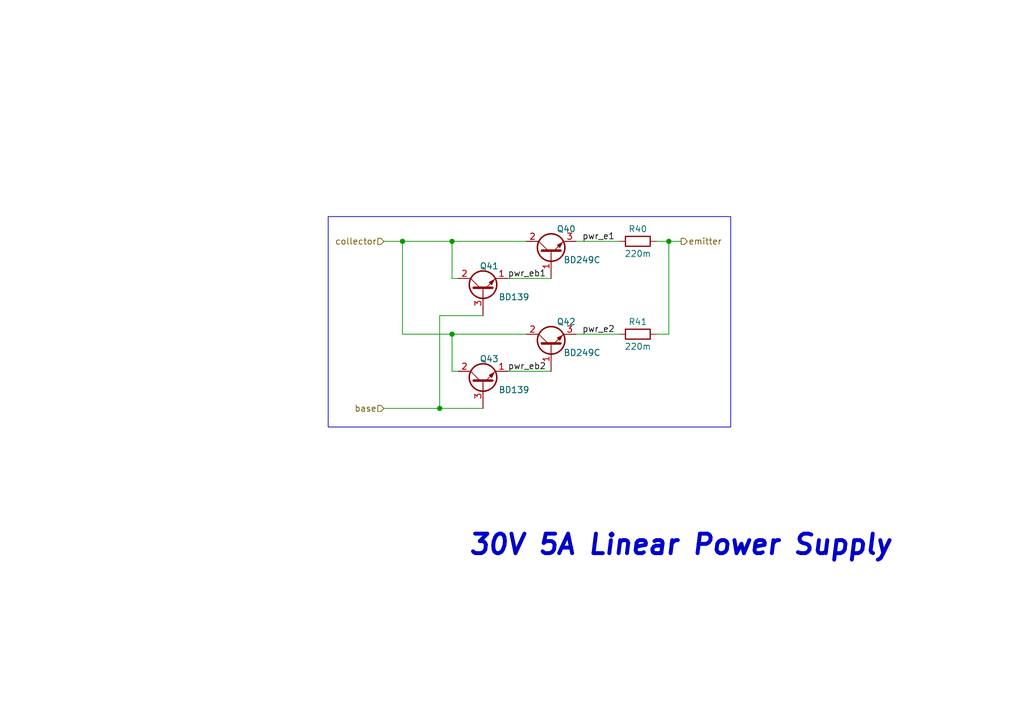
<source format=kicad_sch>
(kicad_sch (version 20231120) (generator "eeschema") (generator_version "8.0")
  (paper "A5")
  (title_block (title "Series pass transistors") (date "2024-02-24") (rev "V1.0") (company "Dominik Workshop"))
  (lib_symbols
    (symbol "Device:R" (pin_numbers hide) (pin_names (offset 0))
      (property "Reference" "R" (at 2.032 0 90))
      (property "Value" "R" (at 0 0 90))
      (symbol "R_0_1"
        (rectangle (start -1.016 -2.54) (end 1.016 2.54) (stroke (width 0.254)))
      )
      (symbol "R_1_1"
        (pin passive line (at 0 3.81 270) (length 1.27) (name "~") (number "1"))
        (pin passive line (at 0 -3.81 90) (length 1.27) (name "~") (number "2"))
      )
    )
    (symbol "Transistor_BJT:BD139" (pin_names (offset 0) hide)
      (property "Reference" "Q" (at 5.08 1.905 0))
      (property "Value" "BD139" (at 5.08 0 0))
      (symbol "BD139_0_1"
        (polyline (pts (xy 0 0) (xy 0.635 0)))
        (polyline (pts (xy 2.54 -2.54) (xy 0.635 -0.635)))
        (polyline (pts (xy 2.54 2.54) (xy 0.635 0.635)))
        (polyline (pts (xy 0.635 1.905) (xy 0.635 -1.905) (xy 0.635 -1.905)) (stroke (width 0.508)) (fill (type outline)))
        (polyline (pts (xy 1.2446 -1.778) (xy 1.7526 -1.27) (xy 2.286 -2.286) (xy 1.2446 -1.778) (xy 1.2446 -1.778)) (fill (type outline)))
        (circle (center 1.27 0) (radius 2.8194) (stroke (width 0.3048)))
      )
      (symbol "BD139_1_1"
        (pin passive line (at 2.54 -5.08 90) (length 2.54) (name "E") (number "1"))
        (pin passive line (at 2.54 5.08 270) (length 2.54) (name "C") (number "2"))
        (pin input line (at -5.08 0 0) (length 5.08) (name "B") (number "3"))
      )
    )
    (symbol "Transistor_BJT:BD249C" (pin_names (offset 0) hide)
      (property "Reference" "Q" (at 6.35 1.905 0))
      (property "Value" "BD249C" (at 6.35 0 0))
      (symbol "BD249C_0_1"
        (polyline (pts (xy 0 0) (xy 0.635 0)))
        (polyline (pts (xy 2.54 2.54) (xy 0.635 0.635)))
        (polyline (pts (xy 0.635 1.905) (xy 0.635 -1.905) (xy 0.635 -1.905)) (stroke (width 0.508)))
        (polyline (pts (xy 2.286 -2.286) (xy 1.778 -1.778) (xy 1.778 -1.778)))
        (polyline (pts (xy 2.54 -2.54) (xy 0.635 -0.635) (xy 1.27 -1.27)) (fill (type outline)))
        (polyline (pts (xy 1.27 -1.778) (xy 1.778 -1.27) (xy 2.286 -2.286) (xy 1.27 -1.778) (xy 1.27 -1.778)) (fill (type outline)))
        (circle (center 1.27 0) (radius 2.8194) (stroke (width 0.3048)))
      )
      (symbol "BD249C_1_1"
        (pin input line (at -5.08 0 0) (length 5.08) (name "B") (number "1"))
        (pin passive line (at 2.54 5.08 270) (length 2.54) (name "C") (number "2"))
        (pin passive line (at 2.54 -5.08 90) (length 2.54) (name "E") (number "3"))
      )
    )
  )
  (junction (at 90.17 83.82))
  (junction (at 137.16 49.53))
  (junction (at 82.55 49.53))
  (junction (at 92.71 49.53))
  (junction (at 92.71 68.58))
  (wire (pts (xy 78.74 83.82) (xy 90.17 83.82)))
  (wire (pts (xy 137.16 49.53) (xy 137.16 68.58)))
  (wire (pts (xy 92.71 49.53) (xy 92.71 57.15)))
  (wire (pts (xy 118.11 68.58) (xy 127 68.58)))
  (wire (pts (xy 82.55 49.53) (xy 92.71 49.53)))
  (wire (pts (xy 99.06 83.82) (xy 90.17 83.82)))
  (wire (pts (xy 82.55 68.58) (xy 92.71 68.58)))
  (wire (pts (xy 104.14 76.2) (xy 113.03 76.2)))
  (wire (pts (xy 134.62 49.53) (xy 137.16 49.53)))
  (wire (pts (xy 92.71 68.58) (xy 107.95 68.58)))
  (wire (pts (xy 92.71 49.53) (xy 107.95 49.53)))
  (wire (pts (xy 118.11 49.53) (xy 127 49.53)))
  (wire (pts (xy 90.17 64.77) (xy 90.17 83.82)))
  (wire (pts (xy 137.16 49.53) (xy 139.7 49.53)))
  (wire (pts (xy 92.71 68.58) (xy 92.71 76.2)))
  (wire (pts (xy 92.71 57.15) (xy 93.98 57.15)))
  (wire (pts (xy 92.71 76.2) (xy 93.98 76.2)))
  (wire (pts (xy 99.06 64.77) (xy 90.17 64.77)))
  (wire (pts (xy 82.55 49.53) (xy 82.55 68.58)))
  (wire (pts (xy 134.62 68.58) (xy 137.16 68.58)))
  (wire (pts (xy 78.74 49.53) (xy 82.55 49.53)))
  (wire (pts (xy 104.14 57.15) (xy 113.03 57.15)))
  (rectangle (start 67.31 44.45) (end 149.86 87.63))
  (text "30V 5A Linear Power Supply" (at 95.885 114.3 0) (effects (font (size 4 4) (thickness 0.8) (bold yes) (italic yes)) (justify left bottom)))
  (label "pwr_e2" (at 119.38 68.58 0))
  (label "pwr_eb2" (at 104.14 76.2 0))
  (label "pwr_e1" (at 119.38 49.53 0))
  (label "pwr_eb1" (at 104.14 57.15 0))
  (hierarchical_label "emitter" (shape output) (at 139.7 49.53 0))
  (hierarchical_label "base" (shape input) (at 78.74 83.82 180))
  (hierarchical_label "collector" (shape input) (at 78.74 49.53 180))
  (symbol (lib_id "Device:R") (at 130.81 68.58 90) (unit 1)
    (property "Reference" "R41" (at 130.81 66.04 90))
    (property "Value" "220m" (at 130.81 71.12 90))
    (property "Footprint" "Resistor_THT:R_Axial_DIN0414_L11.9mm_D4.5mm_P15.24mm_Horizontal" (effects (hide yes)))
    (instances (project "pcb_power" (path "" (reference "R41") (unit 1))) (project "PSU" (path "" (reference "R204") (unit 1))))
  )
  (symbol (lib_id "Transistor_BJT:BD139") (at 99.06 59.69 90) (unit 1)
    (property "Reference" "Q41" (at 100.33 54.61 90))
    (property "Value" "BD139" (at 105.41 60.96 90))
    (property "Footprint" "Package_TO_SOT_THT:TO-126-3_Horizontal_TabUp" (effects (hide yes)))
    (property "Datasheet" "http://www.st.com/internet/com/TECHNICAL_RESOURCES/TECHNICAL_LITERATURE/DATASHEET/CD00001225.pdf" (effects (hide yes)))
    (instances (project "pcb_power" (path "" (reference "Q41") (unit 1))) (project "PSU" (path "" (reference "Q202") (unit 1))))
  )
  (symbol (lib_id "Transistor_BJT:BD139") (at 99.06 78.74 90) (unit 1)
    (property "Reference" "Q43" (at 100.33 73.66 90))
    (property "Value" "BD139" (at 105.41 80.01 90))
    (property "Footprint" "Package_TO_SOT_THT:TO-126-3_Horizontal_TabUp" (effects (hide yes)))
    (property "Datasheet" "http://www.st.com/internet/com/TECHNICAL_RESOURCES/TECHNICAL_LITERATURE/DATASHEET/CD00001225.pdf" (effects (hide yes)))
    (instances (project "pcb_power" (path "" (reference "Q43") (unit 1))) (project "PSU" (path "" (reference "Q205") (unit 1))))
  )
  (symbol (lib_id "Device:R") (at 130.81 49.53 90) (unit 1)
    (property "Reference" "R40" (at 130.81 46.99 90))
    (property "Value" "220m" (at 130.81 52.07 90))
    (property "Footprint" "Resistor_THT:R_Axial_DIN0414_L11.9mm_D4.5mm_P15.24mm_Horizontal" (effects (hide yes)))
    (instances (project "pcb_power" (path "" (reference "R40") (unit 1))) (project "PSU" (path "" (reference "R201") (unit 1))))
  )
  (symbol (lib_id "Transistor_BJT:BD249C") (at 113.03 71.12 90) (unit 1)
    (property "Reference" "Q42" (at 118.11 66.04 90) (effects (justify left)))
    (property "Value" "BD249C" (at 123.19 72.39 90) (effects (justify left)))
    (property "Footprint" "Package_TO_SOT_THT:TO-247-3_Horizontal_TabUp" (effects (hide yes)))
    (property "Datasheet" "http://www.mospec.com.tw/pdf/power/BD249.pdf" (effects (hide yes)))
    (instances (project "pcb_power" (path "" (reference "Q42") (unit 1))) (project "PSU" (path "" (reference "Q203") (unit 1))))
  )
  (symbol (lib_id "Transistor_BJT:BD249C") (at 113.03 52.07 90) (unit 1)
    (property "Reference" "Q40" (at 118.11 46.99 90) (effects (justify left)))
    (property "Value" "BD249C" (at 123.19 53.34 90) (effects (justify left)))
    (property "Footprint" "Package_TO_SOT_THT:TO-247-3_Horizontal_TabUp" (effects (hide yes)))
    (property "Datasheet" "http://www.mospec.com.tw/pdf/power/BD249.pdf" (effects (hide yes)))
    (instances (project "pcb_power" (path "" (reference "Q40") (unit 1))) (project "PSU" (path "" (reference "Q201") (unit 1))))
  )
)
</source>
